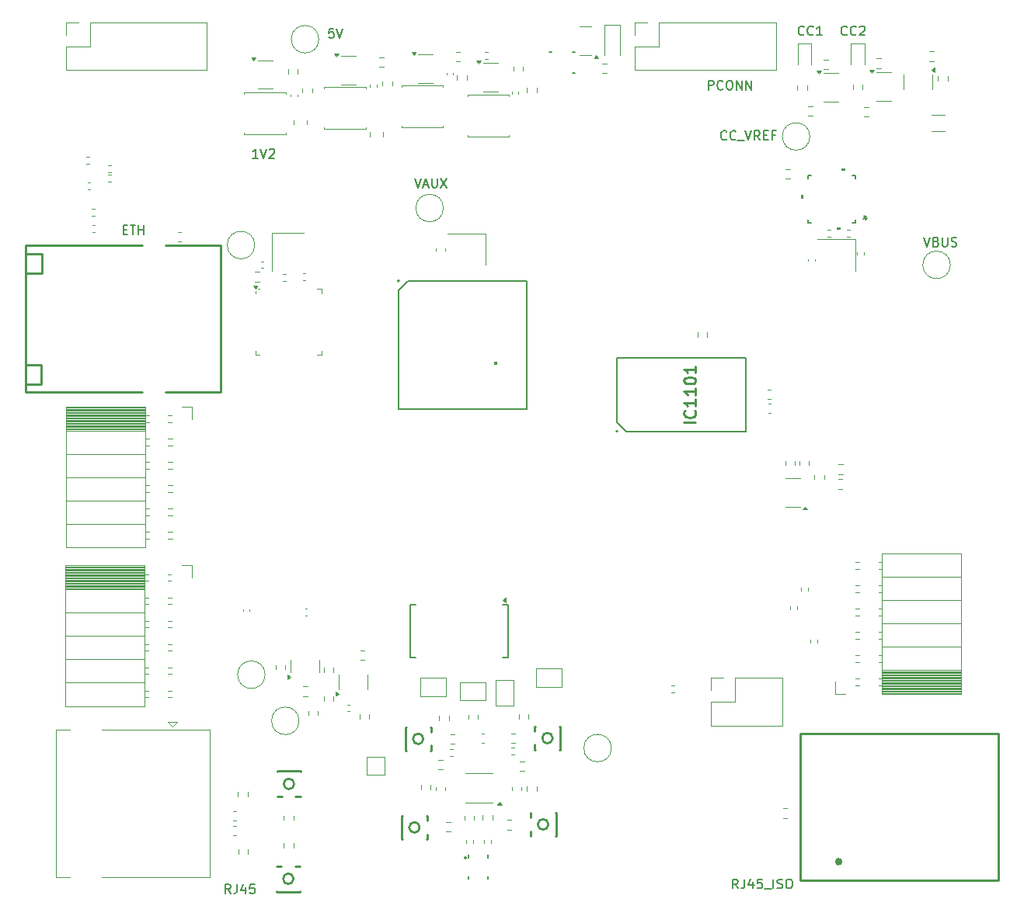
<source format=gbr>
G04 #@! TF.GenerationSoftware,KiCad,Pcbnew,9.0.3-9.0.3-0~ubuntu24.04.1*
G04 #@! TF.CreationDate,2025-07-29T11:11:21+02:00*
G04 #@! TF.ProjectId,acoustic-carrier-board,61636f75-7374-4696-932d-636172726965,rev?*
G04 #@! TF.SameCoordinates,Original*
G04 #@! TF.FileFunction,Legend,Top*
G04 #@! TF.FilePolarity,Positive*
%FSLAX46Y46*%
G04 Gerber Fmt 4.6, Leading zero omitted, Abs format (unit mm)*
G04 Created by KiCad (PCBNEW 9.0.3-9.0.3-0~ubuntu24.04.1) date 2025-07-29 11:11:21*
%MOMM*%
%LPD*%
G01*
G04 APERTURE LIST*
%ADD10C,0.160000*%
%ADD11C,0.254000*%
%ADD12C,0.120000*%
%ADD13C,0.200000*%
%ADD14C,0.150000*%
%ADD15C,0.399999*%
%ADD16C,0.152400*%
%ADD17C,0.000000*%
%ADD18C,0.127000*%
%ADD19C,0.250000*%
%ADD20C,0.410000*%
G04 APERTURE END LIST*
D10*
X139170501Y-76099299D02*
X139503834Y-77099299D01*
X139503834Y-77099299D02*
X139837167Y-76099299D01*
X140503834Y-76575489D02*
X140646691Y-76623108D01*
X140646691Y-76623108D02*
X140694310Y-76670727D01*
X140694310Y-76670727D02*
X140741929Y-76765965D01*
X140741929Y-76765965D02*
X140741929Y-76908822D01*
X140741929Y-76908822D02*
X140694310Y-77004060D01*
X140694310Y-77004060D02*
X140646691Y-77051680D01*
X140646691Y-77051680D02*
X140551453Y-77099299D01*
X140551453Y-77099299D02*
X140170501Y-77099299D01*
X140170501Y-77099299D02*
X140170501Y-76099299D01*
X140170501Y-76099299D02*
X140503834Y-76099299D01*
X140503834Y-76099299D02*
X140599072Y-76146918D01*
X140599072Y-76146918D02*
X140646691Y-76194537D01*
X140646691Y-76194537D02*
X140694310Y-76289775D01*
X140694310Y-76289775D02*
X140694310Y-76385013D01*
X140694310Y-76385013D02*
X140646691Y-76480251D01*
X140646691Y-76480251D02*
X140599072Y-76527870D01*
X140599072Y-76527870D02*
X140503834Y-76575489D01*
X140503834Y-76575489D02*
X140170501Y-76575489D01*
X141170501Y-76099299D02*
X141170501Y-76908822D01*
X141170501Y-76908822D02*
X141218120Y-77004060D01*
X141218120Y-77004060D02*
X141265739Y-77051680D01*
X141265739Y-77051680D02*
X141360977Y-77099299D01*
X141360977Y-77099299D02*
X141551453Y-77099299D01*
X141551453Y-77099299D02*
X141646691Y-77051680D01*
X141646691Y-77051680D02*
X141694310Y-77004060D01*
X141694310Y-77004060D02*
X141741929Y-76908822D01*
X141741929Y-76908822D02*
X141741929Y-76099299D01*
X142170501Y-77051680D02*
X142313358Y-77099299D01*
X142313358Y-77099299D02*
X142551453Y-77099299D01*
X142551453Y-77099299D02*
X142646691Y-77051680D01*
X142646691Y-77051680D02*
X142694310Y-77004060D01*
X142694310Y-77004060D02*
X142741929Y-76908822D01*
X142741929Y-76908822D02*
X142741929Y-76813584D01*
X142741929Y-76813584D02*
X142694310Y-76718346D01*
X142694310Y-76718346D02*
X142646691Y-76670727D01*
X142646691Y-76670727D02*
X142551453Y-76623108D01*
X142551453Y-76623108D02*
X142360977Y-76575489D01*
X142360977Y-76575489D02*
X142265739Y-76527870D01*
X142265739Y-76527870D02*
X142218120Y-76480251D01*
X142218120Y-76480251D02*
X142170501Y-76385013D01*
X142170501Y-76385013D02*
X142170501Y-76289775D01*
X142170501Y-76289775D02*
X142218120Y-76194537D01*
X142218120Y-76194537D02*
X142265739Y-76146918D01*
X142265739Y-76146918D02*
X142360977Y-76099299D01*
X142360977Y-76099299D02*
X142599072Y-76099299D01*
X142599072Y-76099299D02*
X142741929Y-76146918D01*
X117654786Y-65374060D02*
X117607167Y-65421680D01*
X117607167Y-65421680D02*
X117464310Y-65469299D01*
X117464310Y-65469299D02*
X117369072Y-65469299D01*
X117369072Y-65469299D02*
X117226215Y-65421680D01*
X117226215Y-65421680D02*
X117130977Y-65326441D01*
X117130977Y-65326441D02*
X117083358Y-65231203D01*
X117083358Y-65231203D02*
X117035739Y-65040727D01*
X117035739Y-65040727D02*
X117035739Y-64897870D01*
X117035739Y-64897870D02*
X117083358Y-64707394D01*
X117083358Y-64707394D02*
X117130977Y-64612156D01*
X117130977Y-64612156D02*
X117226215Y-64516918D01*
X117226215Y-64516918D02*
X117369072Y-64469299D01*
X117369072Y-64469299D02*
X117464310Y-64469299D01*
X117464310Y-64469299D02*
X117607167Y-64516918D01*
X117607167Y-64516918D02*
X117654786Y-64564537D01*
X118654786Y-65374060D02*
X118607167Y-65421680D01*
X118607167Y-65421680D02*
X118464310Y-65469299D01*
X118464310Y-65469299D02*
X118369072Y-65469299D01*
X118369072Y-65469299D02*
X118226215Y-65421680D01*
X118226215Y-65421680D02*
X118130977Y-65326441D01*
X118130977Y-65326441D02*
X118083358Y-65231203D01*
X118083358Y-65231203D02*
X118035739Y-65040727D01*
X118035739Y-65040727D02*
X118035739Y-64897870D01*
X118035739Y-64897870D02*
X118083358Y-64707394D01*
X118083358Y-64707394D02*
X118130977Y-64612156D01*
X118130977Y-64612156D02*
X118226215Y-64516918D01*
X118226215Y-64516918D02*
X118369072Y-64469299D01*
X118369072Y-64469299D02*
X118464310Y-64469299D01*
X118464310Y-64469299D02*
X118607167Y-64516918D01*
X118607167Y-64516918D02*
X118654786Y-64564537D01*
X118845263Y-65564537D02*
X119607167Y-65564537D01*
X119702406Y-64469299D02*
X120035739Y-65469299D01*
X120035739Y-65469299D02*
X120369072Y-64469299D01*
X121273834Y-65469299D02*
X120940501Y-64993108D01*
X120702406Y-65469299D02*
X120702406Y-64469299D01*
X120702406Y-64469299D02*
X121083358Y-64469299D01*
X121083358Y-64469299D02*
X121178596Y-64516918D01*
X121178596Y-64516918D02*
X121226215Y-64564537D01*
X121226215Y-64564537D02*
X121273834Y-64659775D01*
X121273834Y-64659775D02*
X121273834Y-64802632D01*
X121273834Y-64802632D02*
X121226215Y-64897870D01*
X121226215Y-64897870D02*
X121178596Y-64945489D01*
X121178596Y-64945489D02*
X121083358Y-64993108D01*
X121083358Y-64993108D02*
X120702406Y-64993108D01*
X121702406Y-64945489D02*
X122035739Y-64945489D01*
X122178596Y-65469299D02*
X121702406Y-65469299D01*
X121702406Y-65469299D02*
X121702406Y-64469299D01*
X121702406Y-64469299D02*
X122178596Y-64469299D01*
X122940501Y-64945489D02*
X122607168Y-64945489D01*
X122607168Y-65469299D02*
X122607168Y-64469299D01*
X122607168Y-64469299D02*
X123083358Y-64469299D01*
X74839548Y-53339299D02*
X74363358Y-53339299D01*
X74363358Y-53339299D02*
X74315739Y-53815489D01*
X74315739Y-53815489D02*
X74363358Y-53767870D01*
X74363358Y-53767870D02*
X74458596Y-53720251D01*
X74458596Y-53720251D02*
X74696691Y-53720251D01*
X74696691Y-53720251D02*
X74791929Y-53767870D01*
X74791929Y-53767870D02*
X74839548Y-53815489D01*
X74839548Y-53815489D02*
X74887167Y-53910727D01*
X74887167Y-53910727D02*
X74887167Y-54148822D01*
X74887167Y-54148822D02*
X74839548Y-54244060D01*
X74839548Y-54244060D02*
X74791929Y-54291680D01*
X74791929Y-54291680D02*
X74696691Y-54339299D01*
X74696691Y-54339299D02*
X74458596Y-54339299D01*
X74458596Y-54339299D02*
X74363358Y-54291680D01*
X74363358Y-54291680D02*
X74315739Y-54244060D01*
X75172882Y-53339299D02*
X75506215Y-54339299D01*
X75506215Y-54339299D02*
X75839548Y-53339299D01*
X63594786Y-147659299D02*
X63261453Y-147183108D01*
X63023358Y-147659299D02*
X63023358Y-146659299D01*
X63023358Y-146659299D02*
X63404310Y-146659299D01*
X63404310Y-146659299D02*
X63499548Y-146706918D01*
X63499548Y-146706918D02*
X63547167Y-146754537D01*
X63547167Y-146754537D02*
X63594786Y-146849775D01*
X63594786Y-146849775D02*
X63594786Y-146992632D01*
X63594786Y-146992632D02*
X63547167Y-147087870D01*
X63547167Y-147087870D02*
X63499548Y-147135489D01*
X63499548Y-147135489D02*
X63404310Y-147183108D01*
X63404310Y-147183108D02*
X63023358Y-147183108D01*
X64309072Y-146659299D02*
X64309072Y-147373584D01*
X64309072Y-147373584D02*
X64261453Y-147516441D01*
X64261453Y-147516441D02*
X64166215Y-147611680D01*
X64166215Y-147611680D02*
X64023358Y-147659299D01*
X64023358Y-147659299D02*
X63928120Y-147659299D01*
X65213834Y-146992632D02*
X65213834Y-147659299D01*
X64975739Y-146611680D02*
X64737644Y-147325965D01*
X64737644Y-147325965D02*
X65356691Y-147325965D01*
X66213834Y-146659299D02*
X65737644Y-146659299D01*
X65737644Y-146659299D02*
X65690025Y-147135489D01*
X65690025Y-147135489D02*
X65737644Y-147087870D01*
X65737644Y-147087870D02*
X65832882Y-147040251D01*
X65832882Y-147040251D02*
X66070977Y-147040251D01*
X66070977Y-147040251D02*
X66166215Y-147087870D01*
X66166215Y-147087870D02*
X66213834Y-147135489D01*
X66213834Y-147135489D02*
X66261453Y-147230727D01*
X66261453Y-147230727D02*
X66261453Y-147468822D01*
X66261453Y-147468822D02*
X66213834Y-147564060D01*
X66213834Y-147564060D02*
X66166215Y-147611680D01*
X66166215Y-147611680D02*
X66070977Y-147659299D01*
X66070977Y-147659299D02*
X65832882Y-147659299D01*
X65832882Y-147659299D02*
X65737644Y-147611680D01*
X65737644Y-147611680D02*
X65690025Y-147564060D01*
X66587167Y-67449299D02*
X66015739Y-67449299D01*
X66301453Y-67449299D02*
X66301453Y-66449299D01*
X66301453Y-66449299D02*
X66206215Y-66592156D01*
X66206215Y-66592156D02*
X66110977Y-66687394D01*
X66110977Y-66687394D02*
X66015739Y-66735013D01*
X66872882Y-66449299D02*
X67206215Y-67449299D01*
X67206215Y-67449299D02*
X67539548Y-66449299D01*
X67825263Y-66544537D02*
X67872882Y-66496918D01*
X67872882Y-66496918D02*
X67968120Y-66449299D01*
X67968120Y-66449299D02*
X68206215Y-66449299D01*
X68206215Y-66449299D02*
X68301453Y-66496918D01*
X68301453Y-66496918D02*
X68349072Y-66544537D01*
X68349072Y-66544537D02*
X68396691Y-66639775D01*
X68396691Y-66639775D02*
X68396691Y-66735013D01*
X68396691Y-66735013D02*
X68349072Y-66877870D01*
X68349072Y-66877870D02*
X67777644Y-67449299D01*
X67777644Y-67449299D02*
X68396691Y-67449299D01*
X126094786Y-53954060D02*
X126047167Y-54001680D01*
X126047167Y-54001680D02*
X125904310Y-54049299D01*
X125904310Y-54049299D02*
X125809072Y-54049299D01*
X125809072Y-54049299D02*
X125666215Y-54001680D01*
X125666215Y-54001680D02*
X125570977Y-53906441D01*
X125570977Y-53906441D02*
X125523358Y-53811203D01*
X125523358Y-53811203D02*
X125475739Y-53620727D01*
X125475739Y-53620727D02*
X125475739Y-53477870D01*
X125475739Y-53477870D02*
X125523358Y-53287394D01*
X125523358Y-53287394D02*
X125570977Y-53192156D01*
X125570977Y-53192156D02*
X125666215Y-53096918D01*
X125666215Y-53096918D02*
X125809072Y-53049299D01*
X125809072Y-53049299D02*
X125904310Y-53049299D01*
X125904310Y-53049299D02*
X126047167Y-53096918D01*
X126047167Y-53096918D02*
X126094786Y-53144537D01*
X127094786Y-53954060D02*
X127047167Y-54001680D01*
X127047167Y-54001680D02*
X126904310Y-54049299D01*
X126904310Y-54049299D02*
X126809072Y-54049299D01*
X126809072Y-54049299D02*
X126666215Y-54001680D01*
X126666215Y-54001680D02*
X126570977Y-53906441D01*
X126570977Y-53906441D02*
X126523358Y-53811203D01*
X126523358Y-53811203D02*
X126475739Y-53620727D01*
X126475739Y-53620727D02*
X126475739Y-53477870D01*
X126475739Y-53477870D02*
X126523358Y-53287394D01*
X126523358Y-53287394D02*
X126570977Y-53192156D01*
X126570977Y-53192156D02*
X126666215Y-53096918D01*
X126666215Y-53096918D02*
X126809072Y-53049299D01*
X126809072Y-53049299D02*
X126904310Y-53049299D01*
X126904310Y-53049299D02*
X127047167Y-53096918D01*
X127047167Y-53096918D02*
X127094786Y-53144537D01*
X128047167Y-54049299D02*
X127475739Y-54049299D01*
X127761453Y-54049299D02*
X127761453Y-53049299D01*
X127761453Y-53049299D02*
X127666215Y-53192156D01*
X127666215Y-53192156D02*
X127570977Y-53287394D01*
X127570977Y-53287394D02*
X127475739Y-53335013D01*
X130774786Y-53964060D02*
X130727167Y-54011680D01*
X130727167Y-54011680D02*
X130584310Y-54059299D01*
X130584310Y-54059299D02*
X130489072Y-54059299D01*
X130489072Y-54059299D02*
X130346215Y-54011680D01*
X130346215Y-54011680D02*
X130250977Y-53916441D01*
X130250977Y-53916441D02*
X130203358Y-53821203D01*
X130203358Y-53821203D02*
X130155739Y-53630727D01*
X130155739Y-53630727D02*
X130155739Y-53487870D01*
X130155739Y-53487870D02*
X130203358Y-53297394D01*
X130203358Y-53297394D02*
X130250977Y-53202156D01*
X130250977Y-53202156D02*
X130346215Y-53106918D01*
X130346215Y-53106918D02*
X130489072Y-53059299D01*
X130489072Y-53059299D02*
X130584310Y-53059299D01*
X130584310Y-53059299D02*
X130727167Y-53106918D01*
X130727167Y-53106918D02*
X130774786Y-53154537D01*
X131774786Y-53964060D02*
X131727167Y-54011680D01*
X131727167Y-54011680D02*
X131584310Y-54059299D01*
X131584310Y-54059299D02*
X131489072Y-54059299D01*
X131489072Y-54059299D02*
X131346215Y-54011680D01*
X131346215Y-54011680D02*
X131250977Y-53916441D01*
X131250977Y-53916441D02*
X131203358Y-53821203D01*
X131203358Y-53821203D02*
X131155739Y-53630727D01*
X131155739Y-53630727D02*
X131155739Y-53487870D01*
X131155739Y-53487870D02*
X131203358Y-53297394D01*
X131203358Y-53297394D02*
X131250977Y-53202156D01*
X131250977Y-53202156D02*
X131346215Y-53106918D01*
X131346215Y-53106918D02*
X131489072Y-53059299D01*
X131489072Y-53059299D02*
X131584310Y-53059299D01*
X131584310Y-53059299D02*
X131727167Y-53106918D01*
X131727167Y-53106918D02*
X131774786Y-53154537D01*
X132155739Y-53154537D02*
X132203358Y-53106918D01*
X132203358Y-53106918D02*
X132298596Y-53059299D01*
X132298596Y-53059299D02*
X132536691Y-53059299D01*
X132536691Y-53059299D02*
X132631929Y-53106918D01*
X132631929Y-53106918D02*
X132679548Y-53154537D01*
X132679548Y-53154537D02*
X132727167Y-53249775D01*
X132727167Y-53249775D02*
X132727167Y-53345013D01*
X132727167Y-53345013D02*
X132679548Y-53487870D01*
X132679548Y-53487870D02*
X132108120Y-54059299D01*
X132108120Y-54059299D02*
X132727167Y-54059299D01*
X115683358Y-59999299D02*
X115683358Y-58999299D01*
X115683358Y-58999299D02*
X116064310Y-58999299D01*
X116064310Y-58999299D02*
X116159548Y-59046918D01*
X116159548Y-59046918D02*
X116207167Y-59094537D01*
X116207167Y-59094537D02*
X116254786Y-59189775D01*
X116254786Y-59189775D02*
X116254786Y-59332632D01*
X116254786Y-59332632D02*
X116207167Y-59427870D01*
X116207167Y-59427870D02*
X116159548Y-59475489D01*
X116159548Y-59475489D02*
X116064310Y-59523108D01*
X116064310Y-59523108D02*
X115683358Y-59523108D01*
X117254786Y-59904060D02*
X117207167Y-59951680D01*
X117207167Y-59951680D02*
X117064310Y-59999299D01*
X117064310Y-59999299D02*
X116969072Y-59999299D01*
X116969072Y-59999299D02*
X116826215Y-59951680D01*
X116826215Y-59951680D02*
X116730977Y-59856441D01*
X116730977Y-59856441D02*
X116683358Y-59761203D01*
X116683358Y-59761203D02*
X116635739Y-59570727D01*
X116635739Y-59570727D02*
X116635739Y-59427870D01*
X116635739Y-59427870D02*
X116683358Y-59237394D01*
X116683358Y-59237394D02*
X116730977Y-59142156D01*
X116730977Y-59142156D02*
X116826215Y-59046918D01*
X116826215Y-59046918D02*
X116969072Y-58999299D01*
X116969072Y-58999299D02*
X117064310Y-58999299D01*
X117064310Y-58999299D02*
X117207167Y-59046918D01*
X117207167Y-59046918D02*
X117254786Y-59094537D01*
X117873834Y-58999299D02*
X118064310Y-58999299D01*
X118064310Y-58999299D02*
X118159548Y-59046918D01*
X118159548Y-59046918D02*
X118254786Y-59142156D01*
X118254786Y-59142156D02*
X118302405Y-59332632D01*
X118302405Y-59332632D02*
X118302405Y-59665965D01*
X118302405Y-59665965D02*
X118254786Y-59856441D01*
X118254786Y-59856441D02*
X118159548Y-59951680D01*
X118159548Y-59951680D02*
X118064310Y-59999299D01*
X118064310Y-59999299D02*
X117873834Y-59999299D01*
X117873834Y-59999299D02*
X117778596Y-59951680D01*
X117778596Y-59951680D02*
X117683358Y-59856441D01*
X117683358Y-59856441D02*
X117635739Y-59665965D01*
X117635739Y-59665965D02*
X117635739Y-59332632D01*
X117635739Y-59332632D02*
X117683358Y-59142156D01*
X117683358Y-59142156D02*
X117778596Y-59046918D01*
X117778596Y-59046918D02*
X117873834Y-58999299D01*
X118730977Y-59999299D02*
X118730977Y-58999299D01*
X118730977Y-58999299D02*
X119302405Y-59999299D01*
X119302405Y-59999299D02*
X119302405Y-58999299D01*
X119778596Y-59999299D02*
X119778596Y-58999299D01*
X119778596Y-58999299D02*
X120350024Y-59999299D01*
X120350024Y-59999299D02*
X120350024Y-58999299D01*
X118894786Y-147099299D02*
X118561453Y-146623108D01*
X118323358Y-147099299D02*
X118323358Y-146099299D01*
X118323358Y-146099299D02*
X118704310Y-146099299D01*
X118704310Y-146099299D02*
X118799548Y-146146918D01*
X118799548Y-146146918D02*
X118847167Y-146194537D01*
X118847167Y-146194537D02*
X118894786Y-146289775D01*
X118894786Y-146289775D02*
X118894786Y-146432632D01*
X118894786Y-146432632D02*
X118847167Y-146527870D01*
X118847167Y-146527870D02*
X118799548Y-146575489D01*
X118799548Y-146575489D02*
X118704310Y-146623108D01*
X118704310Y-146623108D02*
X118323358Y-146623108D01*
X119609072Y-146099299D02*
X119609072Y-146813584D01*
X119609072Y-146813584D02*
X119561453Y-146956441D01*
X119561453Y-146956441D02*
X119466215Y-147051680D01*
X119466215Y-147051680D02*
X119323358Y-147099299D01*
X119323358Y-147099299D02*
X119228120Y-147099299D01*
X120513834Y-146432632D02*
X120513834Y-147099299D01*
X120275739Y-146051680D02*
X120037644Y-146765965D01*
X120037644Y-146765965D02*
X120656691Y-146765965D01*
X121513834Y-146099299D02*
X121037644Y-146099299D01*
X121037644Y-146099299D02*
X120990025Y-146575489D01*
X120990025Y-146575489D02*
X121037644Y-146527870D01*
X121037644Y-146527870D02*
X121132882Y-146480251D01*
X121132882Y-146480251D02*
X121370977Y-146480251D01*
X121370977Y-146480251D02*
X121466215Y-146527870D01*
X121466215Y-146527870D02*
X121513834Y-146575489D01*
X121513834Y-146575489D02*
X121561453Y-146670727D01*
X121561453Y-146670727D02*
X121561453Y-146908822D01*
X121561453Y-146908822D02*
X121513834Y-147004060D01*
X121513834Y-147004060D02*
X121466215Y-147051680D01*
X121466215Y-147051680D02*
X121370977Y-147099299D01*
X121370977Y-147099299D02*
X121132882Y-147099299D01*
X121132882Y-147099299D02*
X121037644Y-147051680D01*
X121037644Y-147051680D02*
X120990025Y-147004060D01*
X121751930Y-147194537D02*
X122513834Y-147194537D01*
X122751930Y-147099299D02*
X122751930Y-146099299D01*
X123180501Y-147051680D02*
X123323358Y-147099299D01*
X123323358Y-147099299D02*
X123561453Y-147099299D01*
X123561453Y-147099299D02*
X123656691Y-147051680D01*
X123656691Y-147051680D02*
X123704310Y-147004060D01*
X123704310Y-147004060D02*
X123751929Y-146908822D01*
X123751929Y-146908822D02*
X123751929Y-146813584D01*
X123751929Y-146813584D02*
X123704310Y-146718346D01*
X123704310Y-146718346D02*
X123656691Y-146670727D01*
X123656691Y-146670727D02*
X123561453Y-146623108D01*
X123561453Y-146623108D02*
X123370977Y-146575489D01*
X123370977Y-146575489D02*
X123275739Y-146527870D01*
X123275739Y-146527870D02*
X123228120Y-146480251D01*
X123228120Y-146480251D02*
X123180501Y-146385013D01*
X123180501Y-146385013D02*
X123180501Y-146289775D01*
X123180501Y-146289775D02*
X123228120Y-146194537D01*
X123228120Y-146194537D02*
X123275739Y-146146918D01*
X123275739Y-146146918D02*
X123370977Y-146099299D01*
X123370977Y-146099299D02*
X123609072Y-146099299D01*
X123609072Y-146099299D02*
X123751929Y-146146918D01*
X124370977Y-146099299D02*
X124561453Y-146099299D01*
X124561453Y-146099299D02*
X124656691Y-146146918D01*
X124656691Y-146146918D02*
X124751929Y-146242156D01*
X124751929Y-146242156D02*
X124799548Y-146432632D01*
X124799548Y-146432632D02*
X124799548Y-146765965D01*
X124799548Y-146765965D02*
X124751929Y-146956441D01*
X124751929Y-146956441D02*
X124656691Y-147051680D01*
X124656691Y-147051680D02*
X124561453Y-147099299D01*
X124561453Y-147099299D02*
X124370977Y-147099299D01*
X124370977Y-147099299D02*
X124275739Y-147051680D01*
X124275739Y-147051680D02*
X124180501Y-146956441D01*
X124180501Y-146956441D02*
X124132882Y-146765965D01*
X124132882Y-146765965D02*
X124132882Y-146432632D01*
X124132882Y-146432632D02*
X124180501Y-146242156D01*
X124180501Y-146242156D02*
X124275739Y-146146918D01*
X124275739Y-146146918D02*
X124370977Y-146099299D01*
X83690501Y-69659299D02*
X84023834Y-70659299D01*
X84023834Y-70659299D02*
X84357167Y-69659299D01*
X84642882Y-70373584D02*
X85119072Y-70373584D01*
X84547644Y-70659299D02*
X84880977Y-69659299D01*
X84880977Y-69659299D02*
X85214310Y-70659299D01*
X85547644Y-69659299D02*
X85547644Y-70468822D01*
X85547644Y-70468822D02*
X85595263Y-70564060D01*
X85595263Y-70564060D02*
X85642882Y-70611680D01*
X85642882Y-70611680D02*
X85738120Y-70659299D01*
X85738120Y-70659299D02*
X85928596Y-70659299D01*
X85928596Y-70659299D02*
X86023834Y-70611680D01*
X86023834Y-70611680D02*
X86071453Y-70564060D01*
X86071453Y-70564060D02*
X86119072Y-70468822D01*
X86119072Y-70468822D02*
X86119072Y-69659299D01*
X86500025Y-69659299D02*
X87166691Y-70659299D01*
X87166691Y-69659299D02*
X86500025Y-70659299D01*
X51913358Y-75235489D02*
X52246691Y-75235489D01*
X52389548Y-75759299D02*
X51913358Y-75759299D01*
X51913358Y-75759299D02*
X51913358Y-74759299D01*
X51913358Y-74759299D02*
X52389548Y-74759299D01*
X52675263Y-74759299D02*
X53246691Y-74759299D01*
X52960977Y-75759299D02*
X52960977Y-74759299D01*
X53580025Y-75759299D02*
X53580025Y-74759299D01*
X53580025Y-75235489D02*
X54151453Y-75235489D01*
X54151453Y-75759299D02*
X54151453Y-74759299D01*
D11*
X114284318Y-96304048D02*
X113014318Y-96304048D01*
X114163365Y-94973571D02*
X114223842Y-95034047D01*
X114223842Y-95034047D02*
X114284318Y-95215476D01*
X114284318Y-95215476D02*
X114284318Y-95336428D01*
X114284318Y-95336428D02*
X114223842Y-95517857D01*
X114223842Y-95517857D02*
X114102889Y-95638809D01*
X114102889Y-95638809D02*
X113981937Y-95699286D01*
X113981937Y-95699286D02*
X113740032Y-95759762D01*
X113740032Y-95759762D02*
X113558603Y-95759762D01*
X113558603Y-95759762D02*
X113316699Y-95699286D01*
X113316699Y-95699286D02*
X113195746Y-95638809D01*
X113195746Y-95638809D02*
X113074794Y-95517857D01*
X113074794Y-95517857D02*
X113014318Y-95336428D01*
X113014318Y-95336428D02*
X113014318Y-95215476D01*
X113014318Y-95215476D02*
X113074794Y-95034047D01*
X113074794Y-95034047D02*
X113135270Y-94973571D01*
X114284318Y-93764047D02*
X114284318Y-94489762D01*
X114284318Y-94126905D02*
X113014318Y-94126905D01*
X113014318Y-94126905D02*
X113195746Y-94247857D01*
X113195746Y-94247857D02*
X113316699Y-94368809D01*
X113316699Y-94368809D02*
X113377175Y-94489762D01*
X114284318Y-92554523D02*
X114284318Y-93280238D01*
X114284318Y-92917381D02*
X113014318Y-92917381D01*
X113014318Y-92917381D02*
X113195746Y-93038333D01*
X113195746Y-93038333D02*
X113316699Y-93159285D01*
X113316699Y-93159285D02*
X113377175Y-93280238D01*
X113014318Y-91768333D02*
X113014318Y-91647380D01*
X113014318Y-91647380D02*
X113074794Y-91526428D01*
X113074794Y-91526428D02*
X113135270Y-91465952D01*
X113135270Y-91465952D02*
X113256222Y-91405476D01*
X113256222Y-91405476D02*
X113498127Y-91344999D01*
X113498127Y-91344999D02*
X113800508Y-91344999D01*
X113800508Y-91344999D02*
X114042413Y-91405476D01*
X114042413Y-91405476D02*
X114163365Y-91465952D01*
X114163365Y-91465952D02*
X114223842Y-91526428D01*
X114223842Y-91526428D02*
X114284318Y-91647380D01*
X114284318Y-91647380D02*
X114284318Y-91768333D01*
X114284318Y-91768333D02*
X114223842Y-91889285D01*
X114223842Y-91889285D02*
X114163365Y-91949761D01*
X114163365Y-91949761D02*
X114042413Y-92010238D01*
X114042413Y-92010238D02*
X113800508Y-92070714D01*
X113800508Y-92070714D02*
X113498127Y-92070714D01*
X113498127Y-92070714D02*
X113256222Y-92010238D01*
X113256222Y-92010238D02*
X113135270Y-91949761D01*
X113135270Y-91949761D02*
X113074794Y-91889285D01*
X113074794Y-91889285D02*
X113014318Y-91768333D01*
X114284318Y-90135475D02*
X114284318Y-90861190D01*
X114284318Y-90498333D02*
X113014318Y-90498333D01*
X113014318Y-90498333D02*
X113195746Y-90619285D01*
X113195746Y-90619285D02*
X113316699Y-90740237D01*
X113316699Y-90740237D02*
X113377175Y-90861190D01*
D10*
X132759999Y-74195700D02*
X132759999Y-73957605D01*
X132998094Y-74052843D02*
X132759999Y-73957605D01*
X132759999Y-73957605D02*
X132521904Y-74052843D01*
X132902856Y-73767129D02*
X132759999Y-73957605D01*
X132759999Y-73957605D02*
X132617142Y-73767129D01*
D12*
X88642258Y-55842500D02*
X88167742Y-55842500D01*
X88642258Y-56887500D02*
X88167742Y-56887500D01*
X134755000Y-58120000D02*
X133955000Y-58120000D01*
X134755000Y-58120000D02*
X135555000Y-58120000D01*
X134755000Y-61240000D02*
X133955000Y-61240000D01*
X134755000Y-61240000D02*
X135555000Y-61240000D01*
X133455000Y-58170000D02*
X133215000Y-57840000D01*
X133695000Y-57840000D01*
X133455000Y-58170000D01*
G36*
X133455000Y-58170000D02*
G01*
X133215000Y-57840000D01*
X133695000Y-57840000D01*
X133455000Y-58170000D01*
G37*
X92460000Y-124350000D02*
X94460000Y-124350000D01*
X92460000Y-127150000D02*
X92460000Y-124350000D01*
X94460000Y-124350000D02*
X94460000Y-127150000D01*
X94460000Y-127150000D02*
X92460000Y-127150000D01*
X86007500Y-136376267D02*
X86007500Y-136083733D01*
X87027500Y-136376267D02*
X87027500Y-136083733D01*
X63911233Y-138705000D02*
X64203767Y-138705000D01*
X63911233Y-139725000D02*
X64203767Y-139725000D01*
X126810000Y-119966359D02*
X126810000Y-120273641D01*
X127570000Y-119966359D02*
X127570000Y-120273641D01*
X78795000Y-59672836D02*
X78795000Y-59457164D01*
X79515000Y-59672836D02*
X79515000Y-59457164D01*
D13*
X105720000Y-89250000D02*
X119720000Y-89250000D01*
X105720000Y-96250000D02*
X105720000Y-89250000D01*
X106720000Y-97250000D02*
X105720000Y-96250000D01*
X119720000Y-89250000D02*
X119720000Y-97250000D01*
X119720000Y-97250000D02*
X106720000Y-97250000D01*
X105820000Y-97250000D02*
G75*
G02*
X105620000Y-97250000I-100000J0D01*
G01*
X105620000Y-97250000D02*
G75*
G02*
X105820000Y-97250000I100000J0D01*
G01*
D12*
X66240000Y-76940000D02*
G75*
G02*
X63240000Y-76940000I-1500000J0D01*
G01*
X63240000Y-76940000D02*
G75*
G02*
X66240000Y-76940000I1500000J0D01*
G01*
X44540000Y-145885000D02*
X44540000Y-129765000D01*
X46100000Y-129765000D02*
X44540000Y-129765000D01*
X46100000Y-145885000D02*
X44540000Y-145885000D01*
X56742000Y-128939000D02*
X57250000Y-129447000D01*
X57250000Y-129447000D02*
X57758000Y-128939000D01*
X57758000Y-128939000D02*
X56742000Y-128939000D01*
X61360000Y-129765000D02*
X49600000Y-129765000D01*
X61360000Y-145885000D02*
X49600000Y-145885000D01*
X61360000Y-145885000D02*
X61360000Y-129765000D01*
X50266359Y-69230000D02*
X50573641Y-69230000D01*
X50266359Y-69990000D02*
X50573641Y-69990000D01*
D14*
X83185000Y-116135000D02*
X83185000Y-121885000D01*
X83760000Y-116135000D02*
X83185000Y-116135000D01*
X83760000Y-121885000D02*
X83185000Y-121885000D01*
X93835000Y-116135000D02*
X93260000Y-116135000D01*
X93835000Y-116135000D02*
X93835000Y-121885000D01*
X93835000Y-121885000D02*
X93260000Y-121885000D01*
D12*
X93590000Y-115875000D02*
X93260000Y-115635000D01*
X93590000Y-115395000D01*
X93590000Y-115875000D01*
G36*
X93590000Y-115875000D02*
G01*
X93260000Y-115635000D01*
X93590000Y-115395000D01*
X93590000Y-115875000D01*
G37*
X102290002Y-53119999D02*
X101640002Y-53119999D01*
X102290002Y-53119999D02*
X102940002Y-53119999D01*
X102290002Y-56239999D02*
X101640002Y-56239999D01*
X102290002Y-56239999D02*
X102940002Y-56239999D01*
X103692502Y-56519999D02*
X103212502Y-56519999D01*
X103452502Y-56189999D01*
X103692502Y-56519999D01*
G36*
X103692502Y-56519999D02*
G01*
X103212502Y-56519999D01*
X103452502Y-56189999D01*
X103692502Y-56519999D01*
G37*
X70145000Y-60722836D02*
X70145000Y-60507164D01*
X70865000Y-60722836D02*
X70865000Y-60507164D01*
X45620000Y-111890000D02*
X45620000Y-127250000D01*
X45620000Y-111890000D02*
X54250000Y-111890000D01*
X45620000Y-112010000D02*
X54250000Y-112010000D01*
X45620000Y-112128095D02*
X54250000Y-112128095D01*
X45620000Y-112246190D02*
X54250000Y-112246190D01*
X45620000Y-112364285D02*
X54250000Y-112364285D01*
X45620000Y-112482380D02*
X54250000Y-112482380D01*
X45620000Y-112600475D02*
X54250000Y-112600475D01*
X45620000Y-112718570D02*
X54250000Y-112718570D01*
X45620000Y-112836665D02*
X54250000Y-112836665D01*
X45620000Y-112954760D02*
X54250000Y-112954760D01*
X45620000Y-113072855D02*
X54250000Y-113072855D01*
X45620000Y-113190950D02*
X54250000Y-113190950D01*
X45620000Y-113309045D02*
X54250000Y-113309045D01*
X45620000Y-113427140D02*
X54250000Y-113427140D01*
X45620000Y-113545235D02*
X54250000Y-113545235D01*
X45620000Y-113663330D02*
X54250000Y-113663330D01*
X45620000Y-113781425D02*
X54250000Y-113781425D01*
X45620000Y-113899520D02*
X54250000Y-113899520D01*
X45620000Y-114017615D02*
X54250000Y-114017615D01*
X45620000Y-114135710D02*
X54250000Y-114135710D01*
X45620000Y-114253805D02*
X54250000Y-114253805D01*
X45620000Y-114371900D02*
X54250000Y-114371900D01*
X45620000Y-114490000D02*
X54250000Y-114490000D01*
X45620000Y-117030000D02*
X54250000Y-117030000D01*
X45620000Y-119570000D02*
X54250000Y-119570000D01*
X45620000Y-122110000D02*
X54250000Y-122110000D01*
X45620000Y-124650000D02*
X54250000Y-124650000D01*
X45620000Y-127250000D02*
X54250000Y-127250000D01*
X54250000Y-111890000D02*
X54250000Y-127250000D01*
X54250000Y-112860000D02*
X54660000Y-112860000D01*
X54250000Y-113580000D02*
X54660000Y-113580000D01*
X54250000Y-115400000D02*
X54660000Y-115400000D01*
X54250000Y-116120000D02*
X54660000Y-116120000D01*
X54250000Y-117940000D02*
X54660000Y-117940000D01*
X54250000Y-118660000D02*
X54660000Y-118660000D01*
X54250000Y-120480000D02*
X54660000Y-120480000D01*
X54250000Y-121200000D02*
X54660000Y-121200000D01*
X54250000Y-123020000D02*
X54660000Y-123020000D01*
X54250000Y-123740000D02*
X54660000Y-123740000D01*
X54250000Y-125560000D02*
X54660000Y-125560000D01*
X54250000Y-126280000D02*
X54660000Y-126280000D01*
X56760000Y-112860000D02*
X57140000Y-112860000D01*
X56760000Y-113580000D02*
X57140000Y-113580000D01*
X56760000Y-115400000D02*
X57200000Y-115400000D01*
X56760000Y-116120000D02*
X57200000Y-116120000D01*
X56760000Y-117940000D02*
X57200000Y-117940000D01*
X56760000Y-118660000D02*
X57200000Y-118660000D01*
X56760000Y-120480000D02*
X57200000Y-120480000D01*
X56760000Y-121200000D02*
X57200000Y-121200000D01*
X56760000Y-123020000D02*
X57200000Y-123020000D01*
X56760000Y-123740000D02*
X57200000Y-123740000D01*
X56760000Y-125560000D02*
X57200000Y-125560000D01*
X56760000Y-126280000D02*
X57200000Y-126280000D01*
X58250000Y-111890000D02*
X59360000Y-111890000D01*
X59360000Y-111890000D02*
X59360000Y-113220000D01*
X95002500Y-128122742D02*
X95002500Y-128597258D01*
X96047500Y-128122742D02*
X96047500Y-128597258D01*
X91623641Y-55890000D02*
X91316359Y-55890000D01*
X91623641Y-56650000D02*
X91316359Y-56650000D01*
D13*
X81900000Y-81850000D02*
X82900000Y-80850000D01*
X81900000Y-94850000D02*
X81900000Y-81850000D01*
X82900000Y-80850000D02*
X95900000Y-80850000D01*
X95900000Y-80850000D02*
X95900000Y-94850000D01*
X95900000Y-94850000D02*
X81900000Y-94850000D01*
X82000000Y-80850000D02*
G75*
G02*
X81800000Y-80850000I-100000J0D01*
G01*
X81800000Y-80850000D02*
G75*
G02*
X82000000Y-80850000I100000J0D01*
G01*
D12*
X77737742Y-121145000D02*
X78212258Y-121145000D01*
X77737742Y-122190000D02*
X78212258Y-122190000D01*
X69610121Y-80105000D02*
X69274879Y-80105000D01*
X69610121Y-80865000D02*
X69274879Y-80865000D01*
X73742500Y-123527258D02*
X73742500Y-123052742D01*
X74787500Y-123527258D02*
X74787500Y-123052742D01*
X84260000Y-124140000D02*
X87060000Y-124140000D01*
X84260000Y-126140000D02*
X84260000Y-124140000D01*
X87060000Y-124140000D02*
X87060000Y-126140000D01*
X87060000Y-126140000D02*
X84260000Y-126140000D01*
X124610000Y-116653641D02*
X124610000Y-116346359D01*
X125370000Y-116653641D02*
X125370000Y-116346359D01*
X78745000Y-64622936D02*
X78745000Y-65077064D01*
X80215000Y-64622936D02*
X80215000Y-65077064D01*
X125599750Y-100942258D02*
X125599750Y-100467742D01*
X126644750Y-100942258D02*
X126644750Y-100467742D01*
X128973641Y-75233000D02*
X128666359Y-75233000D01*
X128973641Y-75993000D02*
X128666359Y-75993000D01*
X48016359Y-70100000D02*
X48323641Y-70100000D01*
X48016359Y-70860000D02*
X48323641Y-70860000D01*
X94197258Y-139657500D02*
X93722742Y-139657500D01*
X94197258Y-140702500D02*
X93722742Y-140702500D01*
X124049750Y-100467742D02*
X124049750Y-100942258D01*
X125094750Y-100467742D02*
X125094750Y-100942258D01*
X127034724Y-61802500D02*
X126525276Y-61802500D01*
X127034724Y-62847500D02*
X126525276Y-62847500D01*
X45665000Y-94565000D02*
X45665000Y-109925000D01*
X45665000Y-94565000D02*
X54295000Y-94565000D01*
X45665000Y-94685000D02*
X54295000Y-94685000D01*
X45665000Y-94803095D02*
X54295000Y-94803095D01*
X45665000Y-94921190D02*
X54295000Y-94921190D01*
X45665000Y-95039285D02*
X54295000Y-95039285D01*
X45665000Y-95157380D02*
X54295000Y-95157380D01*
X45665000Y-95275475D02*
X54295000Y-95275475D01*
X45665000Y-95393570D02*
X54295000Y-95393570D01*
X45665000Y-95511665D02*
X54295000Y-95511665D01*
X45665000Y-95629760D02*
X54295000Y-95629760D01*
X45665000Y-95747855D02*
X54295000Y-95747855D01*
X45665000Y-95865950D02*
X54295000Y-95865950D01*
X45665000Y-95984045D02*
X54295000Y-95984045D01*
X45665000Y-96102140D02*
X54295000Y-96102140D01*
X45665000Y-96220235D02*
X54295000Y-96220235D01*
X45665000Y-96338330D02*
X54295000Y-96338330D01*
X45665000Y-96456425D02*
X54295000Y-96456425D01*
X45665000Y-96574520D02*
X54295000Y-96574520D01*
X45665000Y-96692615D02*
X54295000Y-96692615D01*
X45665000Y-96810710D02*
X54295000Y-96810710D01*
X45665000Y-96928805D02*
X54295000Y-96928805D01*
X45665000Y-97046900D02*
X54295000Y-97046900D01*
X45665000Y-97165000D02*
X54295000Y-97165000D01*
X45665000Y-99705000D02*
X54295000Y-99705000D01*
X45665000Y-102245000D02*
X54295000Y-102245000D01*
X45665000Y-104785000D02*
X54295000Y-104785000D01*
X45665000Y-107325000D02*
X54295000Y-107325000D01*
X45665000Y-109925000D02*
X54295000Y-109925000D01*
X54295000Y-94565000D02*
X54295000Y-109925000D01*
X54295000Y-95535000D02*
X54705000Y-95535000D01*
X54295000Y-96255000D02*
X54705000Y-96255000D01*
X54295000Y-98075000D02*
X54705000Y-98075000D01*
X54295000Y-98795000D02*
X54705000Y-98795000D01*
X54295000Y-100615000D02*
X54705000Y-100615000D01*
X54295000Y-101335000D02*
X54705000Y-101335000D01*
X54295000Y-103155000D02*
X54705000Y-103155000D01*
X54295000Y-103875000D02*
X54705000Y-103875000D01*
X54295000Y-105695000D02*
X54705000Y-105695000D01*
X54295000Y-106415000D02*
X54705000Y-106415000D01*
X54295000Y-108235000D02*
X54705000Y-108235000D01*
X54295000Y-108955000D02*
X54705000Y-108955000D01*
X56805000Y-95535000D02*
X57185000Y-95535000D01*
X56805000Y-96255000D02*
X57185000Y-96255000D01*
X56805000Y-98075000D02*
X57245000Y-98075000D01*
X56805000Y-98795000D02*
X57245000Y-98795000D01*
X56805000Y-100615000D02*
X57245000Y-100615000D01*
X56805000Y-101335000D02*
X57245000Y-101335000D01*
X56805000Y-103155000D02*
X57245000Y-103155000D01*
X56805000Y-103875000D02*
X57245000Y-103875000D01*
X56805000Y-105695000D02*
X57245000Y-105695000D01*
X56805000Y-106415000D02*
X57245000Y-106415000D01*
X56805000Y-108235000D02*
X57245000Y-108235000D01*
X56805000Y-108955000D02*
X57245000Y-108955000D01*
X58295000Y-94565000D02*
X59405000Y-94565000D01*
X59405000Y-94565000D02*
X59405000Y-95895000D01*
X124567258Y-68627500D02*
X124092742Y-68627500D01*
X124567258Y-69672500D02*
X124092742Y-69672500D01*
X139712776Y-55815000D02*
X140222224Y-55815000D01*
X139712776Y-56860000D02*
X140222224Y-56860000D01*
X67417500Y-56785000D02*
X66617500Y-56785000D01*
X67417500Y-56785000D02*
X68217500Y-56785000D01*
X67417500Y-59905000D02*
X66617500Y-59905000D01*
X67417500Y-59905000D02*
X68217500Y-59905000D01*
X66117500Y-56835000D02*
X65877500Y-56505000D01*
X66357500Y-56505000D01*
X66117500Y-56835000D01*
G36*
X66117500Y-56835000D02*
G01*
X65877500Y-56505000D01*
X66357500Y-56505000D01*
X66117500Y-56835000D01*
G37*
X114497500Y-86927258D02*
X114497500Y-86452742D01*
X115542500Y-86927258D02*
X115542500Y-86452742D01*
X131220000Y-54927500D02*
X131220000Y-57212500D01*
X132690000Y-54927500D02*
X131220000Y-54927500D01*
X132690000Y-57212500D02*
X132690000Y-54927500D01*
X130284508Y-102482500D02*
X129809992Y-102482500D01*
X130284508Y-103527500D02*
X129809992Y-103527500D01*
X126730000Y-65090000D02*
G75*
G02*
X123730000Y-65090000I-1500000J0D01*
G01*
X123730000Y-65090000D02*
G75*
G02*
X126730000Y-65090000I1500000J0D01*
G01*
X128255242Y-56702500D02*
X128729758Y-56702500D01*
X128255242Y-57747500D02*
X128729758Y-57747500D01*
X78480000Y-132780000D02*
X80380000Y-132780000D01*
X78480000Y-134680000D02*
X78480000Y-132780000D01*
X80380000Y-132780000D02*
X80380000Y-134680000D01*
X80380000Y-134680000D02*
X78480000Y-134680000D01*
X72002258Y-125097500D02*
X71527742Y-125097500D01*
X72002258Y-126142500D02*
X71527742Y-126142500D01*
X47876359Y-67300000D02*
X48183641Y-67300000D01*
X47876359Y-68060000D02*
X48183641Y-68060000D01*
X95895000Y-136005242D02*
X95895000Y-136479758D01*
X96940000Y-136005242D02*
X96940000Y-136479758D01*
X76455000Y-56305000D02*
X75655000Y-56305000D01*
X76455000Y-56305000D02*
X77255000Y-56305000D01*
X76455000Y-59425000D02*
X75655000Y-59425000D01*
X76455000Y-59425000D02*
X77255000Y-59425000D01*
X75155000Y-56355000D02*
X74915000Y-56025000D01*
X75395000Y-56025000D01*
X75155000Y-56355000D01*
G36*
X75155000Y-56355000D02*
G01*
X74915000Y-56025000D01*
X75395000Y-56025000D01*
X75155000Y-56355000D01*
G37*
X91077500Y-139152742D02*
X91077500Y-139627258D01*
X92122500Y-139152742D02*
X92122500Y-139627258D01*
X122107221Y-92710000D02*
X122432779Y-92710000D01*
X122107221Y-93730000D02*
X122432779Y-93730000D01*
X129849992Y-100882500D02*
X130324508Y-100882500D01*
X129849992Y-101927500D02*
X130324508Y-101927500D01*
X89445000Y-60555000D02*
X89445000Y-60705000D01*
X89445000Y-60555000D02*
X93965000Y-60555000D01*
X89445000Y-65075000D02*
X89445000Y-64925000D01*
X89445000Y-65075000D02*
X93965000Y-65075000D01*
X93965000Y-60555000D02*
X93965000Y-60705000D01*
X93965000Y-65075000D02*
X93965000Y-64925000D01*
X50256359Y-68220000D02*
X50563641Y-68220000D01*
X50256359Y-68980000D02*
X50563641Y-68980000D01*
X94552621Y-131730000D02*
X94217379Y-131730000D01*
X94552621Y-132490000D02*
X94217379Y-132490000D01*
X95622258Y-133237500D02*
X95147742Y-133237500D01*
X95622258Y-134282500D02*
X95147742Y-134282500D01*
X58186267Y-75510000D02*
X57893733Y-75510000D01*
X58186267Y-76530000D02*
X57893733Y-76530000D01*
X48536359Y-74800000D02*
X48843641Y-74800000D01*
X48536359Y-75560000D02*
X48843641Y-75560000D01*
X45670000Y-52670000D02*
X47000000Y-52670000D01*
X45670000Y-54000000D02*
X45670000Y-52670000D01*
X45670000Y-55270000D02*
X48270000Y-55270000D01*
X45670000Y-57870000D02*
X45670000Y-55270000D01*
X45670000Y-57870000D02*
X61030000Y-57870000D01*
X48270000Y-52670000D02*
X61030000Y-52670000D01*
X48270000Y-55270000D02*
X48270000Y-52670000D01*
X61030000Y-57870000D02*
X61030000Y-52670000D01*
X131870000Y-77977836D02*
X131870000Y-77762164D01*
X132590000Y-77977836D02*
X132590000Y-77762164D01*
X69407500Y-142192742D02*
X69407500Y-142667258D01*
X70452500Y-142192742D02*
X70452500Y-142667258D01*
X64950000Y-116870336D02*
X64950000Y-116654664D01*
X65670000Y-116870336D02*
X65670000Y-116654664D01*
X125432500Y-54952500D02*
X125432500Y-57237500D01*
X126902500Y-54952500D02*
X125432500Y-54952500D01*
X126902500Y-57237500D02*
X126902500Y-54952500D01*
X65095000Y-60310000D02*
X65095000Y-60460000D01*
X65095000Y-60310000D02*
X69615000Y-60310000D01*
X65095000Y-64830000D02*
X65095000Y-64680000D01*
X65095000Y-64830000D02*
X69615000Y-64830000D01*
X69615000Y-60310000D02*
X69615000Y-60460000D01*
X69615000Y-64830000D02*
X69615000Y-64680000D01*
X131432500Y-59954724D02*
X131432500Y-59445276D01*
X132477500Y-59954724D02*
X132477500Y-59445276D01*
X124909750Y-102395000D02*
X124109750Y-102395000D01*
X124909750Y-102395000D02*
X125709750Y-102395000D01*
X124909750Y-105515000D02*
X124109750Y-105515000D01*
X124909750Y-105515000D02*
X125709750Y-105515000D01*
X126449750Y-105795000D02*
X125969750Y-105795000D01*
X126209750Y-105465000D01*
X126449750Y-105795000D01*
G36*
X126449750Y-105795000D02*
G01*
X125969750Y-105795000D01*
X126209750Y-105465000D01*
X126449750Y-105795000D01*
G37*
D11*
X68690000Y-134312500D02*
X68690000Y-134379000D01*
X68690000Y-137041000D02*
X68690000Y-137107500D01*
X68690000Y-137107500D02*
X69229000Y-137107500D01*
X69229000Y-134312500D02*
X68690000Y-134312500D01*
X69229000Y-134312500D02*
X70691000Y-134312500D01*
X70691000Y-137107500D02*
X71230000Y-137107500D01*
X71230000Y-134312500D02*
X70691000Y-134312500D01*
X71230000Y-134379000D02*
X71230000Y-134312500D01*
X71230000Y-137107500D02*
X71230000Y-137041000D01*
X70528000Y-135710000D02*
G75*
G02*
X69392000Y-135710000I-568000J0D01*
G01*
X69392000Y-135710000D02*
G75*
G02*
X70528000Y-135710000I568000J0D01*
G01*
D12*
X66747258Y-79877500D02*
X66272742Y-79877500D01*
X66747258Y-80922500D02*
X66272742Y-80922500D01*
X122177221Y-94260000D02*
X122502779Y-94260000D01*
X122177221Y-95280000D02*
X122502779Y-95280000D01*
D11*
X125675037Y-130190096D02*
X125675037Y-146190089D01*
X147277000Y-130190071D02*
X125677069Y-130190096D01*
X147277000Y-130190071D02*
X147277000Y-146190064D01*
X147286931Y-146190064D02*
X125687000Y-146190089D01*
D15*
X130059864Y-144190068D02*
G75*
G02*
X129660068Y-144190068I-199898J0D01*
G01*
X129660068Y-144190068D02*
G75*
G02*
X130059864Y-144190068I199898J0D01*
G01*
D12*
X125750000Y-114653641D02*
X125750000Y-114346359D01*
X126510000Y-114653641D02*
X126510000Y-114346359D01*
X96860000Y-123100000D02*
X99660000Y-123100000D01*
X96860000Y-125100000D02*
X96860000Y-123100000D01*
X99660000Y-123100000D02*
X99660000Y-125100000D01*
X99660000Y-125100000D02*
X96860000Y-125100000D01*
X66295000Y-82200000D02*
X66295000Y-81965000D01*
X66295000Y-88945000D02*
X66295000Y-88470000D01*
X66770000Y-81725000D02*
X66595000Y-81725000D01*
X66770000Y-88945000D02*
X66295000Y-88945000D01*
X73040000Y-81725000D02*
X73515000Y-81725000D01*
X73040000Y-88945000D02*
X73515000Y-88945000D01*
X73515000Y-81725000D02*
X73515000Y-82200000D01*
X73515000Y-88945000D02*
X73515000Y-88470000D01*
X66295000Y-81725000D02*
X66055000Y-81395000D01*
X66535000Y-81395000D01*
X66295000Y-81725000D01*
G36*
X66295000Y-81725000D02*
G01*
X66055000Y-81395000D01*
X66535000Y-81395000D01*
X66295000Y-81725000D01*
G37*
D11*
X96262500Y-138860000D02*
X96262500Y-139399000D01*
X96262500Y-140861000D02*
X96262500Y-141400000D01*
X96262500Y-141400000D02*
X96329000Y-141400000D01*
X96329000Y-138860000D02*
X96262500Y-138860000D01*
X98991000Y-141400000D02*
X99057500Y-141400000D01*
X99057500Y-138860000D02*
X98991000Y-138860000D01*
X99057500Y-139399000D02*
X99057500Y-138860000D01*
X99057500Y-139399000D02*
X99057500Y-140861000D01*
X99057500Y-141400000D02*
X99057500Y-140861000D01*
X98228000Y-140130000D02*
G75*
G02*
X97092000Y-140130000I-568000J0D01*
G01*
X97092000Y-140130000D02*
G75*
G02*
X98228000Y-140130000I568000J0D01*
G01*
D12*
X140695000Y-58532776D02*
X140695000Y-59042224D01*
X141740000Y-58532776D02*
X141740000Y-59042224D01*
X107670000Y-52670000D02*
X109000000Y-52670000D01*
X107670000Y-54000000D02*
X107670000Y-52670000D01*
X107670000Y-55270000D02*
X110270000Y-55270000D01*
X107670000Y-57870000D02*
X107670000Y-55270000D01*
X107670000Y-57870000D02*
X123030000Y-57870000D01*
X110270000Y-52670000D02*
X123030000Y-52670000D01*
X110270000Y-55270000D02*
X110270000Y-52670000D01*
X123030000Y-57870000D02*
X123030000Y-52670000D01*
X142040000Y-79100000D02*
G75*
G02*
X139040000Y-79100000I-1500000J0D01*
G01*
X139040000Y-79100000D02*
G75*
G02*
X142040000Y-79100000I1500000J0D01*
G01*
X126550000Y-78670836D02*
X126550000Y-78455164D01*
X127270000Y-78670836D02*
X127270000Y-78455164D01*
X71737836Y-80040000D02*
X71522164Y-80040000D01*
X71737836Y-80760000D02*
X71522164Y-80760000D01*
X131670000Y-76303000D02*
X127550000Y-76303000D01*
X131670000Y-79723000D02*
X131670000Y-76303000D01*
X141411252Y-62730000D02*
X139988748Y-62730000D01*
X141411252Y-64550000D02*
X139988748Y-64550000D01*
D14*
X98575001Y-55870000D02*
X98350000Y-55870000D01*
X101100002Y-55870000D02*
X100875001Y-55870000D01*
X101100002Y-58170000D02*
X100875001Y-58170000D01*
D12*
X133109724Y-61877500D02*
X132600276Y-61877500D01*
X133109724Y-62922500D02*
X132600276Y-62922500D01*
D11*
X82650000Y-129530000D02*
X82650000Y-130069000D01*
X82650000Y-131531000D02*
X82650000Y-130069000D01*
X82650000Y-131531000D02*
X82650000Y-132070000D01*
X82650000Y-132070000D02*
X82716500Y-132070000D01*
X82716500Y-129530000D02*
X82650000Y-129530000D01*
X85378500Y-132070000D02*
X85445000Y-132070000D01*
X85445000Y-129530000D02*
X85378500Y-129530000D01*
X85445000Y-130069000D02*
X85445000Y-129530000D01*
X85445000Y-132070000D02*
X85445000Y-131531000D01*
X84615500Y-130800000D02*
G75*
G02*
X83479500Y-130800000I-568000J0D01*
G01*
X83479500Y-130800000D02*
G75*
G02*
X84615500Y-130800000I568000J0D01*
G01*
D12*
X127244750Y-102462258D02*
X127244750Y-101987742D01*
X128289750Y-102462258D02*
X128289750Y-101987742D01*
X94407500Y-57952258D02*
X94407500Y-57477742D01*
X95452500Y-57952258D02*
X95452500Y-57477742D01*
X89107500Y-139162742D02*
X89107500Y-139637258D01*
X90152500Y-139162742D02*
X90152500Y-139637258D01*
X80279758Y-56487500D02*
X79805242Y-56487500D01*
X80279758Y-57532500D02*
X79805242Y-57532500D01*
X71952836Y-116617500D02*
X71737164Y-116617500D01*
X71952836Y-117337500D02*
X71737164Y-117337500D01*
X75365000Y-124575000D02*
X75365000Y-123775000D01*
X75365000Y-124575000D02*
X75365000Y-125375000D01*
X78485000Y-124575000D02*
X78485000Y-123775000D01*
X78485000Y-124575000D02*
X78485000Y-125375000D01*
X75415000Y-125875000D02*
X75085000Y-126115000D01*
X75085000Y-125635000D01*
X75415000Y-125875000D01*
G36*
X75415000Y-125875000D02*
G01*
X75085000Y-126115000D01*
X75085000Y-125635000D01*
X75415000Y-125875000D01*
G37*
X90938733Y-130235000D02*
X91231267Y-130235000D01*
X90938733Y-131255000D02*
X91231267Y-131255000D01*
D11*
X82240000Y-139190000D02*
X82240000Y-139729000D01*
X82240000Y-141191000D02*
X82240000Y-139729000D01*
X82240000Y-141191000D02*
X82240000Y-141730000D01*
X82240000Y-141730000D02*
X82306500Y-141730000D01*
X82306500Y-139190000D02*
X82240000Y-139190000D01*
X84968500Y-141730000D02*
X85035000Y-141730000D01*
X85035000Y-139190000D02*
X84968500Y-139190000D01*
X85035000Y-139729000D02*
X85035000Y-139190000D01*
X85035000Y-141730000D02*
X85035000Y-141191000D01*
X84205500Y-140460000D02*
G75*
G02*
X83069500Y-140460000I-568000J0D01*
G01*
X83069500Y-140460000D02*
G75*
G02*
X84205500Y-140460000I568000J0D01*
G01*
D16*
X126495400Y-69304500D02*
X126495400Y-69670260D01*
X126495400Y-74145740D02*
X126495400Y-74511500D01*
X126495400Y-74511500D02*
X126861160Y-74511500D01*
X126861160Y-69304500D02*
X126495400Y-69304500D01*
X131336640Y-74511500D02*
X131702400Y-74511500D01*
X131702400Y-69304500D02*
X131336640Y-69304500D01*
X131702400Y-69670260D02*
X131702400Y-69304500D01*
X131702400Y-74511500D02*
X131702400Y-74145740D01*
D17*
G36*
X125987400Y-71844500D02*
G01*
X125733400Y-71844500D01*
X125733400Y-71463500D01*
X125987400Y-71463500D01*
X125987400Y-71844500D01*
G37*
G36*
X130051400Y-75273500D02*
G01*
X129670400Y-75273500D01*
X129670400Y-75019500D01*
X130051400Y-75019500D01*
X130051400Y-75273500D01*
G37*
G36*
X130559400Y-68796500D02*
G01*
X130178400Y-68796500D01*
X130178400Y-68542500D01*
X130559400Y-68542500D01*
X130559400Y-68796500D01*
G37*
D12*
X73220000Y-54490000D02*
G75*
G02*
X70220000Y-54490000I-1500000J0D01*
G01*
X70220000Y-54490000D02*
G75*
G02*
X73220000Y-54490000I1500000J0D01*
G01*
X111933641Y-125010000D02*
X111626359Y-125010000D01*
X111933641Y-125770000D02*
X111626359Y-125770000D01*
X66952164Y-78730000D02*
X67167836Y-78730000D01*
X66952164Y-79450000D02*
X67167836Y-79450000D01*
X88295000Y-58447742D02*
X88295000Y-58922258D01*
X89340000Y-58447742D02*
X89340000Y-58922258D01*
X136957500Y-59150000D02*
X136957500Y-58350000D01*
X136957500Y-59150000D02*
X136957500Y-59950000D01*
X140077500Y-59150000D02*
X140077500Y-58350000D01*
X140077500Y-59150000D02*
X140077500Y-59950000D01*
X140357500Y-58090000D02*
X140027500Y-57850000D01*
X140357500Y-57610000D01*
X140357500Y-58090000D01*
G36*
X140357500Y-58090000D02*
G01*
X140027500Y-57850000D01*
X140357500Y-57610000D01*
X140357500Y-58090000D01*
G37*
X64407500Y-137067258D02*
X64407500Y-136592742D01*
X65452500Y-137067258D02*
X65452500Y-136592742D01*
D18*
X89568000Y-143460000D02*
X89568000Y-143730000D01*
X89568000Y-145790000D02*
X89568000Y-146060000D01*
X91615000Y-143460000D02*
X91615000Y-143730000D01*
X91615000Y-145790000D02*
X91615000Y-146060000D01*
D13*
X89291500Y-143760000D02*
G75*
G02*
X89091500Y-143760000I-100000J0D01*
G01*
X89091500Y-143760000D02*
G75*
G02*
X89291500Y-143760000I100000J0D01*
G01*
D12*
X104380000Y-52922500D02*
X104380000Y-56182500D01*
X106080000Y-52922500D02*
X104380000Y-52922500D01*
X106080000Y-52922500D02*
X106080000Y-56182500D01*
X86790000Y-72900000D02*
G75*
G02*
X83790000Y-72900000I-1500000J0D01*
G01*
X83790000Y-72900000D02*
G75*
G02*
X86790000Y-72900000I1500000J0D01*
G01*
X68492500Y-123227258D02*
X68492500Y-122752742D01*
X69537500Y-123227258D02*
X69537500Y-122752742D01*
X129495000Y-125905000D02*
X129495000Y-124575000D01*
X130605000Y-125905000D02*
X129495000Y-125905000D01*
X132095000Y-111515000D02*
X131655000Y-111515000D01*
X132095000Y-112235000D02*
X131655000Y-112235000D01*
X132095000Y-114055000D02*
X131655000Y-114055000D01*
X132095000Y-114775000D02*
X131655000Y-114775000D01*
X132095000Y-116595000D02*
X131655000Y-116595000D01*
X132095000Y-117315000D02*
X131655000Y-117315000D01*
X132095000Y-119135000D02*
X131655000Y-119135000D01*
X132095000Y-119855000D02*
X131655000Y-119855000D01*
X132095000Y-121675000D02*
X131655000Y-121675000D01*
X132095000Y-122395000D02*
X131655000Y-122395000D01*
X132095000Y-124215000D02*
X131715000Y-124215000D01*
X132095000Y-124935000D02*
X131715000Y-124935000D01*
X134605000Y-111515000D02*
X134195000Y-111515000D01*
X134605000Y-112235000D02*
X134195000Y-112235000D01*
X134605000Y-114055000D02*
X134195000Y-114055000D01*
X134605000Y-114775000D02*
X134195000Y-114775000D01*
X134605000Y-116595000D02*
X134195000Y-116595000D01*
X134605000Y-117315000D02*
X134195000Y-117315000D01*
X134605000Y-119135000D02*
X134195000Y-119135000D01*
X134605000Y-119855000D02*
X134195000Y-119855000D01*
X134605000Y-121675000D02*
X134195000Y-121675000D01*
X134605000Y-122395000D02*
X134195000Y-122395000D01*
X134605000Y-124215000D02*
X134195000Y-124215000D01*
X134605000Y-124935000D02*
X134195000Y-124935000D01*
X134605000Y-125905000D02*
X134605000Y-110545000D01*
X143235000Y-110545000D02*
X134605000Y-110545000D01*
X143235000Y-113145000D02*
X134605000Y-113145000D01*
X143235000Y-115685000D02*
X134605000Y-115685000D01*
X143235000Y-118225000D02*
X134605000Y-118225000D01*
X143235000Y-120765000D02*
X134605000Y-120765000D01*
X143235000Y-123305000D02*
X134605000Y-123305000D01*
X143235000Y-123423100D02*
X134605000Y-123423100D01*
X143235000Y-123541195D02*
X134605000Y-123541195D01*
X143235000Y-123659290D02*
X134605000Y-123659290D01*
X143235000Y-123777385D02*
X134605000Y-123777385D01*
X143235000Y-123895480D02*
X134605000Y-123895480D01*
X143235000Y-124013575D02*
X134605000Y-124013575D01*
X143235000Y-124131670D02*
X134605000Y-124131670D01*
X143235000Y-124249765D02*
X134605000Y-124249765D01*
X143235000Y-124367860D02*
X134605000Y-124367860D01*
X143235000Y-124485955D02*
X134605000Y-124485955D01*
X143235000Y-124604050D02*
X134605000Y-124604050D01*
X143235000Y-124722145D02*
X134605000Y-124722145D01*
X143235000Y-124840240D02*
X134605000Y-124840240D01*
X143235000Y-124958335D02*
X134605000Y-124958335D01*
X143235000Y-125076430D02*
X134605000Y-125076430D01*
X143235000Y-125194525D02*
X134605000Y-125194525D01*
X143235000Y-125312620D02*
X134605000Y-125312620D01*
X143235000Y-125430715D02*
X134605000Y-125430715D01*
X143235000Y-125548810D02*
X134605000Y-125548810D01*
X143235000Y-125666905D02*
X134605000Y-125666905D01*
X143235000Y-125785000D02*
X134605000Y-125785000D01*
X143235000Y-125905000D02*
X134605000Y-125905000D01*
X143235000Y-125905000D02*
X143235000Y-110545000D01*
X128992500Y-58177500D02*
X128192500Y-58177500D01*
X128992500Y-58177500D02*
X129792500Y-58177500D01*
X128992500Y-61297500D02*
X128192500Y-61297500D01*
X128992500Y-61297500D02*
X129792500Y-61297500D01*
X127692500Y-58227500D02*
X127452500Y-57897500D01*
X127932500Y-57897500D01*
X127692500Y-58227500D01*
G36*
X127692500Y-58227500D02*
G01*
X127452500Y-57897500D01*
X127932500Y-57897500D01*
X127692500Y-58227500D01*
G37*
X84345000Y-136317258D02*
X84345000Y-135842742D01*
X85390000Y-136317258D02*
X85390000Y-135842742D01*
X131077621Y-75233000D02*
X130742379Y-75233000D01*
X131077621Y-75993000D02*
X130742379Y-75993000D01*
D11*
X68630000Y-144662500D02*
X68630000Y-144729000D01*
X68630000Y-147391000D02*
X68630000Y-147457500D01*
X68630000Y-147457500D02*
X69169000Y-147457500D01*
X69169000Y-144662500D02*
X68630000Y-144662500D01*
X70631000Y-147457500D02*
X69169000Y-147457500D01*
X70631000Y-147457500D02*
X71170000Y-147457500D01*
X71170000Y-144662500D02*
X70631000Y-144662500D01*
X71170000Y-144729000D02*
X71170000Y-144662500D01*
X71170000Y-147457500D02*
X71170000Y-147391000D01*
X70468000Y-146060000D02*
G75*
G02*
X69332000Y-146060000I-568000J0D01*
G01*
X69332000Y-146060000D02*
G75*
G02*
X70468000Y-146060000I568000J0D01*
G01*
D12*
X77642500Y-128574758D02*
X77642500Y-128100242D01*
X78687500Y-128574758D02*
X78687500Y-128100242D01*
X76347164Y-127057500D02*
X76562836Y-127057500D01*
X76347164Y-127777500D02*
X76562836Y-127777500D01*
X94257500Y-136083733D02*
X94257500Y-136376267D01*
X95277500Y-136083733D02*
X95277500Y-136376267D01*
X85935000Y-77560580D02*
X85935000Y-77279420D01*
X86955000Y-77560580D02*
X86955000Y-77279420D01*
X63911233Y-140305000D02*
X64203767Y-140305000D01*
X63911233Y-141325000D02*
X64203767Y-141325000D01*
X73742500Y-126627258D02*
X73742500Y-126152742D01*
X74787500Y-126627258D02*
X74787500Y-126152742D01*
X89311500Y-142177621D02*
X89311500Y-141842379D01*
X90071500Y-142177621D02*
X90071500Y-141842379D01*
X88032258Y-130317500D02*
X87557742Y-130317500D01*
X88032258Y-131362500D02*
X87557742Y-131362500D01*
X70455000Y-63302936D02*
X70455000Y-63757064D01*
X71925000Y-63302936D02*
X71925000Y-63757064D01*
X94270000Y-60442836D02*
X94270000Y-60227164D01*
X94990000Y-60442836D02*
X94990000Y-60227164D01*
X67370000Y-123800000D02*
G75*
G02*
X64370000Y-123800000I-1500000J0D01*
G01*
X64370000Y-123800000D02*
G75*
G02*
X67370000Y-123800000I1500000J0D01*
G01*
X71070000Y-128830000D02*
G75*
G02*
X68070000Y-128830000I-1500000J0D01*
G01*
X68070000Y-128830000D02*
G75*
G02*
X71070000Y-128830000I1500000J0D01*
G01*
X87467379Y-131880000D02*
X87802621Y-131880000D01*
X87467379Y-132640000D02*
X87802621Y-132640000D01*
X86337500Y-128297742D02*
X86337500Y-128772258D01*
X87382500Y-128297742D02*
X87382500Y-128772258D01*
D19*
X41260000Y-76970000D02*
X53930000Y-76970000D01*
X41260000Y-93010000D02*
X41260000Y-76970000D01*
X41360000Y-92090000D02*
X42960000Y-92090000D01*
X41460000Y-79990000D02*
X43060000Y-79990000D01*
X42160000Y-89990000D02*
X41360000Y-89990000D01*
X42260000Y-77890000D02*
X41460000Y-77890000D01*
X42960000Y-89990000D02*
X42160000Y-89990000D01*
X42960000Y-92090000D02*
X42960000Y-89990000D01*
X43060000Y-77890000D02*
X42260000Y-77890000D01*
X43060000Y-79990000D02*
X43060000Y-77890000D01*
X53930000Y-93010000D02*
X41280000Y-93010000D01*
X56490000Y-76970000D02*
X62560000Y-76970000D01*
X62560000Y-76970000D02*
X62560000Y-93010000D01*
X62560000Y-93010000D02*
X56490000Y-93010000D01*
D12*
X95907500Y-59777742D02*
X95907500Y-60252258D01*
X96952500Y-59777742D02*
X96952500Y-60252258D01*
X87145000Y-58372836D02*
X87145000Y-58157164D01*
X87865000Y-58372836D02*
X87865000Y-58157164D01*
X105100000Y-131800000D02*
G75*
G02*
X102100000Y-131800000I-1500000J0D01*
G01*
X102100000Y-131800000D02*
G75*
G02*
X105100000Y-131800000I1500000J0D01*
G01*
X86247742Y-133087500D02*
X86722258Y-133087500D01*
X86247742Y-134132500D02*
X86722258Y-134132500D01*
X88610000Y-124600000D02*
X91410000Y-124600000D01*
X88610000Y-126600000D02*
X88610000Y-124600000D01*
X91410000Y-124600000D02*
X91410000Y-126600000D01*
X91410000Y-126600000D02*
X88610000Y-126600000D01*
X90685000Y-134550000D02*
X89185000Y-134550000D01*
X90685000Y-134550000D02*
X92185000Y-134550000D01*
X90685000Y-137770000D02*
X89185000Y-137770000D01*
X90685000Y-137770000D02*
X92185000Y-137770000D01*
X93137500Y-137975000D02*
X92657500Y-137975000D01*
X92897500Y-137645000D01*
X93137500Y-137975000D01*
G36*
X93137500Y-137975000D02*
G01*
X92657500Y-137975000D01*
X92897500Y-137645000D01*
X93137500Y-137975000D01*
G37*
X48496359Y-72990000D02*
X48803641Y-72990000D01*
X48496359Y-73750000D02*
X48803641Y-73750000D01*
X71432500Y-59827742D02*
X71432500Y-60302258D01*
X72477500Y-59827742D02*
X72477500Y-60302258D01*
X89537500Y-128637258D02*
X89537500Y-128162742D01*
X90582500Y-128637258D02*
X90582500Y-128162742D01*
X115980000Y-124140000D02*
X117310000Y-124140000D01*
X115980000Y-125470000D02*
X115980000Y-124140000D01*
X115980000Y-126740000D02*
X118580000Y-126740000D01*
X115980000Y-129340000D02*
X115980000Y-126740000D01*
X115980000Y-129340000D02*
X123720000Y-129340000D01*
X118580000Y-124140000D02*
X123720000Y-124140000D01*
X118580000Y-126740000D02*
X118580000Y-124140000D01*
X123720000Y-129340000D02*
X123720000Y-124140000D01*
X104127742Y-57137500D02*
X104602258Y-57137500D01*
X104127742Y-58182500D02*
X104602258Y-58182500D01*
X72052500Y-128217258D02*
X72052500Y-127742742D01*
X73097500Y-128217258D02*
X73097500Y-127742742D01*
X125370000Y-59992224D02*
X125370000Y-59482776D01*
X126415000Y-59992224D02*
X126415000Y-59482776D01*
X73795000Y-59705000D02*
X73795000Y-59855000D01*
X73795000Y-59705000D02*
X78315000Y-59705000D01*
X73795000Y-64225000D02*
X73795000Y-64075000D01*
X73795000Y-64225000D02*
X78315000Y-64225000D01*
X78315000Y-59705000D02*
X78315000Y-59855000D01*
X78315000Y-64225000D02*
X78315000Y-64075000D01*
D11*
X96737500Y-129445000D02*
X96737500Y-129984000D01*
X96737500Y-131446000D02*
X96737500Y-131985000D01*
X96737500Y-131985000D02*
X96804000Y-131985000D01*
X96804000Y-129445000D02*
X96737500Y-129445000D01*
X99466000Y-131985000D02*
X99532500Y-131985000D01*
X99532500Y-129445000D02*
X99466000Y-129445000D01*
X99532500Y-129984000D02*
X99532500Y-129445000D01*
X99532500Y-129984000D02*
X99532500Y-131446000D01*
X99532500Y-131985000D02*
X99532500Y-131446000D01*
X98703000Y-130715000D02*
G75*
G02*
X97567000Y-130715000I-568000J0D01*
G01*
X97567000Y-130715000D02*
G75*
G02*
X98703000Y-130715000I568000J0D01*
G01*
D12*
X94157742Y-130217500D02*
X94632258Y-130217500D01*
X94157742Y-131262500D02*
X94632258Y-131262500D01*
X123792742Y-138367500D02*
X124267258Y-138367500D01*
X123792742Y-139412500D02*
X124267258Y-139412500D01*
X87567258Y-139847500D02*
X87092742Y-139847500D01*
X87567258Y-140892500D02*
X87092742Y-140892500D01*
X64477500Y-143337258D02*
X64477500Y-142862742D01*
X65522500Y-143337258D02*
X65522500Y-142862742D01*
X82245000Y-59555000D02*
X82245000Y-59705000D01*
X82245000Y-59555000D02*
X86765000Y-59555000D01*
X82245000Y-64075000D02*
X82245000Y-63925000D01*
X82245000Y-64075000D02*
X86765000Y-64075000D01*
X86765000Y-59555000D02*
X86765000Y-59705000D01*
X86765000Y-64075000D02*
X86765000Y-63925000D01*
X134017742Y-56577500D02*
X134492258Y-56577500D01*
X134017742Y-57622500D02*
X134492258Y-57622500D01*
X68140000Y-75650000D02*
X68140000Y-79770000D01*
X71560000Y-75650000D02*
X68140000Y-75650000D01*
X84867500Y-56155000D02*
X84067500Y-56155000D01*
X84867500Y-56155000D02*
X85667500Y-56155000D01*
X84867500Y-59275000D02*
X84067500Y-59275000D01*
X84867500Y-59275000D02*
X85667500Y-59275000D01*
X83567500Y-56205000D02*
X83327500Y-55875000D01*
X83807500Y-55875000D01*
X83567500Y-56205000D01*
G36*
X83567500Y-56205000D02*
G01*
X83327500Y-55875000D01*
X83807500Y-55875000D01*
X83567500Y-56205000D01*
G37*
X91400000Y-75700000D02*
X87280000Y-75700000D01*
X91400000Y-79120000D02*
X91400000Y-75700000D01*
X91220000Y-142157621D02*
X91220000Y-141822379D01*
X91980000Y-142157621D02*
X91980000Y-141822379D01*
X80170000Y-59072742D02*
X80170000Y-59547258D01*
X81215000Y-59072742D02*
X81215000Y-59547258D01*
X69397500Y-139657258D02*
X69397500Y-139182742D01*
X70442500Y-139657258D02*
X70442500Y-139182742D01*
X70125000Y-122860000D02*
X70125000Y-122210000D01*
X70125000Y-122860000D02*
X70125000Y-123510000D01*
X73245000Y-122860000D02*
X73245000Y-122210000D01*
X73245000Y-122860000D02*
X73245000Y-123510000D01*
X70175000Y-124022500D02*
X69845000Y-124262500D01*
X69845000Y-123782500D01*
X70175000Y-124022500D01*
G36*
X70175000Y-124022500D02*
G01*
X69845000Y-124262500D01*
X69845000Y-123782500D01*
X70175000Y-124022500D01*
G37*
X69882500Y-58252258D02*
X69882500Y-57777742D01*
X70927500Y-58252258D02*
X70927500Y-57777742D01*
X91942500Y-57105000D02*
X91142500Y-57105000D01*
X91942500Y-57105000D02*
X92742500Y-57105000D01*
X91942500Y-60225000D02*
X91142500Y-60225000D01*
X91942500Y-60225000D02*
X92742500Y-60225000D01*
X90642500Y-57155000D02*
X90402500Y-56825000D01*
X90882500Y-56825000D01*
X90642500Y-57155000D01*
G36*
X90642500Y-57155000D02*
G01*
X90402500Y-56825000D01*
X90882500Y-56825000D01*
X90642500Y-57155000D01*
G37*
D20*
X92500000Y-89850000D03*
M02*

</source>
